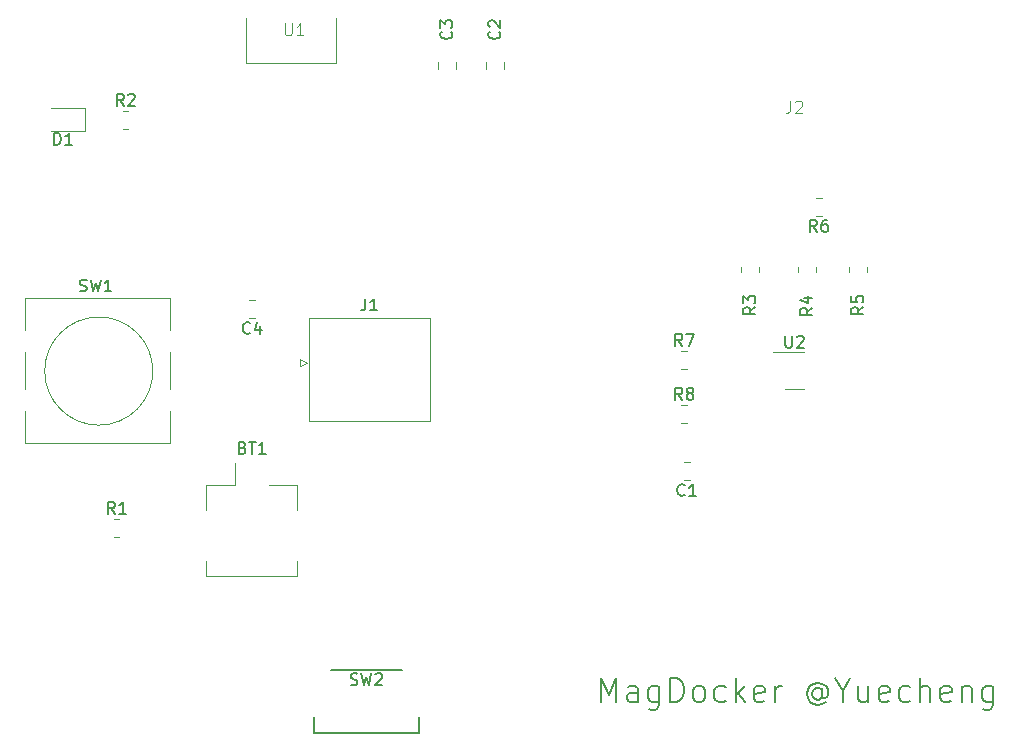
<source format=gbr>
%TF.GenerationSoftware,KiCad,Pcbnew,7.0.9*%
%TF.CreationDate,2024-02-02T14:12:30-08:00*%
%TF.ProjectId,Sensing Device,53656e73-696e-4672-9044-65766963652e,rev?*%
%TF.SameCoordinates,Original*%
%TF.FileFunction,Legend,Top*%
%TF.FilePolarity,Positive*%
%FSLAX46Y46*%
G04 Gerber Fmt 4.6, Leading zero omitted, Abs format (unit mm)*
G04 Created by KiCad (PCBNEW 7.0.9) date 2024-02-02 14:12:30*
%MOMM*%
%LPD*%
G01*
G04 APERTURE LIST*
%ADD10C,0.150000*%
%ADD11C,0.100000*%
%ADD12C,0.120000*%
%ADD13C,0.152400*%
G04 APERTURE END LIST*
D10*
X113604874Y-98045438D02*
X113604874Y-96045438D01*
X113604874Y-96045438D02*
X114271541Y-97474009D01*
X114271541Y-97474009D02*
X114938207Y-96045438D01*
X114938207Y-96045438D02*
X114938207Y-98045438D01*
X116747731Y-98045438D02*
X116747731Y-96997819D01*
X116747731Y-96997819D02*
X116652493Y-96807342D01*
X116652493Y-96807342D02*
X116462017Y-96712104D01*
X116462017Y-96712104D02*
X116081064Y-96712104D01*
X116081064Y-96712104D02*
X115890588Y-96807342D01*
X116747731Y-97950200D02*
X116557255Y-98045438D01*
X116557255Y-98045438D02*
X116081064Y-98045438D01*
X116081064Y-98045438D02*
X115890588Y-97950200D01*
X115890588Y-97950200D02*
X115795350Y-97759723D01*
X115795350Y-97759723D02*
X115795350Y-97569247D01*
X115795350Y-97569247D02*
X115890588Y-97378771D01*
X115890588Y-97378771D02*
X116081064Y-97283533D01*
X116081064Y-97283533D02*
X116557255Y-97283533D01*
X116557255Y-97283533D02*
X116747731Y-97188295D01*
X118557255Y-96712104D02*
X118557255Y-98331152D01*
X118557255Y-98331152D02*
X118462017Y-98521628D01*
X118462017Y-98521628D02*
X118366779Y-98616866D01*
X118366779Y-98616866D02*
X118176302Y-98712104D01*
X118176302Y-98712104D02*
X117890588Y-98712104D01*
X117890588Y-98712104D02*
X117700112Y-98616866D01*
X118557255Y-97950200D02*
X118366779Y-98045438D01*
X118366779Y-98045438D02*
X117985826Y-98045438D01*
X117985826Y-98045438D02*
X117795350Y-97950200D01*
X117795350Y-97950200D02*
X117700112Y-97854961D01*
X117700112Y-97854961D02*
X117604874Y-97664485D01*
X117604874Y-97664485D02*
X117604874Y-97093057D01*
X117604874Y-97093057D02*
X117700112Y-96902580D01*
X117700112Y-96902580D02*
X117795350Y-96807342D01*
X117795350Y-96807342D02*
X117985826Y-96712104D01*
X117985826Y-96712104D02*
X118366779Y-96712104D01*
X118366779Y-96712104D02*
X118557255Y-96807342D01*
X119509636Y-98045438D02*
X119509636Y-96045438D01*
X119509636Y-96045438D02*
X119985826Y-96045438D01*
X119985826Y-96045438D02*
X120271541Y-96140676D01*
X120271541Y-96140676D02*
X120462017Y-96331152D01*
X120462017Y-96331152D02*
X120557255Y-96521628D01*
X120557255Y-96521628D02*
X120652493Y-96902580D01*
X120652493Y-96902580D02*
X120652493Y-97188295D01*
X120652493Y-97188295D02*
X120557255Y-97569247D01*
X120557255Y-97569247D02*
X120462017Y-97759723D01*
X120462017Y-97759723D02*
X120271541Y-97950200D01*
X120271541Y-97950200D02*
X119985826Y-98045438D01*
X119985826Y-98045438D02*
X119509636Y-98045438D01*
X121795350Y-98045438D02*
X121604874Y-97950200D01*
X121604874Y-97950200D02*
X121509636Y-97854961D01*
X121509636Y-97854961D02*
X121414398Y-97664485D01*
X121414398Y-97664485D02*
X121414398Y-97093057D01*
X121414398Y-97093057D02*
X121509636Y-96902580D01*
X121509636Y-96902580D02*
X121604874Y-96807342D01*
X121604874Y-96807342D02*
X121795350Y-96712104D01*
X121795350Y-96712104D02*
X122081065Y-96712104D01*
X122081065Y-96712104D02*
X122271541Y-96807342D01*
X122271541Y-96807342D02*
X122366779Y-96902580D01*
X122366779Y-96902580D02*
X122462017Y-97093057D01*
X122462017Y-97093057D02*
X122462017Y-97664485D01*
X122462017Y-97664485D02*
X122366779Y-97854961D01*
X122366779Y-97854961D02*
X122271541Y-97950200D01*
X122271541Y-97950200D02*
X122081065Y-98045438D01*
X122081065Y-98045438D02*
X121795350Y-98045438D01*
X124176303Y-97950200D02*
X123985827Y-98045438D01*
X123985827Y-98045438D02*
X123604874Y-98045438D01*
X123604874Y-98045438D02*
X123414398Y-97950200D01*
X123414398Y-97950200D02*
X123319160Y-97854961D01*
X123319160Y-97854961D02*
X123223922Y-97664485D01*
X123223922Y-97664485D02*
X123223922Y-97093057D01*
X123223922Y-97093057D02*
X123319160Y-96902580D01*
X123319160Y-96902580D02*
X123414398Y-96807342D01*
X123414398Y-96807342D02*
X123604874Y-96712104D01*
X123604874Y-96712104D02*
X123985827Y-96712104D01*
X123985827Y-96712104D02*
X124176303Y-96807342D01*
X125033446Y-98045438D02*
X125033446Y-96045438D01*
X125223922Y-97283533D02*
X125795351Y-98045438D01*
X125795351Y-96712104D02*
X125033446Y-97474009D01*
X127414399Y-97950200D02*
X127223923Y-98045438D01*
X127223923Y-98045438D02*
X126842970Y-98045438D01*
X126842970Y-98045438D02*
X126652494Y-97950200D01*
X126652494Y-97950200D02*
X126557256Y-97759723D01*
X126557256Y-97759723D02*
X126557256Y-96997819D01*
X126557256Y-96997819D02*
X126652494Y-96807342D01*
X126652494Y-96807342D02*
X126842970Y-96712104D01*
X126842970Y-96712104D02*
X127223923Y-96712104D01*
X127223923Y-96712104D02*
X127414399Y-96807342D01*
X127414399Y-96807342D02*
X127509637Y-96997819D01*
X127509637Y-96997819D02*
X127509637Y-97188295D01*
X127509637Y-97188295D02*
X126557256Y-97378771D01*
X128366780Y-98045438D02*
X128366780Y-96712104D01*
X128366780Y-97093057D02*
X128462018Y-96902580D01*
X128462018Y-96902580D02*
X128557256Y-96807342D01*
X128557256Y-96807342D02*
X128747732Y-96712104D01*
X128747732Y-96712104D02*
X128938209Y-96712104D01*
X132366780Y-97093057D02*
X132271542Y-96997819D01*
X132271542Y-96997819D02*
X132081066Y-96902580D01*
X132081066Y-96902580D02*
X131890590Y-96902580D01*
X131890590Y-96902580D02*
X131700114Y-96997819D01*
X131700114Y-96997819D02*
X131604875Y-97093057D01*
X131604875Y-97093057D02*
X131509637Y-97283533D01*
X131509637Y-97283533D02*
X131509637Y-97474009D01*
X131509637Y-97474009D02*
X131604875Y-97664485D01*
X131604875Y-97664485D02*
X131700114Y-97759723D01*
X131700114Y-97759723D02*
X131890590Y-97854961D01*
X131890590Y-97854961D02*
X132081066Y-97854961D01*
X132081066Y-97854961D02*
X132271542Y-97759723D01*
X132271542Y-97759723D02*
X132366780Y-97664485D01*
X132366780Y-96902580D02*
X132366780Y-97664485D01*
X132366780Y-97664485D02*
X132462018Y-97759723D01*
X132462018Y-97759723D02*
X132557256Y-97759723D01*
X132557256Y-97759723D02*
X132747733Y-97664485D01*
X132747733Y-97664485D02*
X132842971Y-97474009D01*
X132842971Y-97474009D02*
X132842971Y-96997819D01*
X132842971Y-96997819D02*
X132652495Y-96712104D01*
X132652495Y-96712104D02*
X132366780Y-96521628D01*
X132366780Y-96521628D02*
X131985828Y-96426390D01*
X131985828Y-96426390D02*
X131604875Y-96521628D01*
X131604875Y-96521628D02*
X131319161Y-96712104D01*
X131319161Y-96712104D02*
X131128685Y-96997819D01*
X131128685Y-96997819D02*
X131033447Y-97378771D01*
X131033447Y-97378771D02*
X131128685Y-97759723D01*
X131128685Y-97759723D02*
X131319161Y-98045438D01*
X131319161Y-98045438D02*
X131604875Y-98235914D01*
X131604875Y-98235914D02*
X131985828Y-98331152D01*
X131985828Y-98331152D02*
X132366780Y-98235914D01*
X132366780Y-98235914D02*
X132652495Y-98045438D01*
X134081066Y-97093057D02*
X134081066Y-98045438D01*
X133414400Y-96045438D02*
X134081066Y-97093057D01*
X134081066Y-97093057D02*
X134747733Y-96045438D01*
X136271543Y-96712104D02*
X136271543Y-98045438D01*
X135414400Y-96712104D02*
X135414400Y-97759723D01*
X135414400Y-97759723D02*
X135509638Y-97950200D01*
X135509638Y-97950200D02*
X135700114Y-98045438D01*
X135700114Y-98045438D02*
X135985829Y-98045438D01*
X135985829Y-98045438D02*
X136176305Y-97950200D01*
X136176305Y-97950200D02*
X136271543Y-97854961D01*
X137985829Y-97950200D02*
X137795353Y-98045438D01*
X137795353Y-98045438D02*
X137414400Y-98045438D01*
X137414400Y-98045438D02*
X137223924Y-97950200D01*
X137223924Y-97950200D02*
X137128686Y-97759723D01*
X137128686Y-97759723D02*
X137128686Y-96997819D01*
X137128686Y-96997819D02*
X137223924Y-96807342D01*
X137223924Y-96807342D02*
X137414400Y-96712104D01*
X137414400Y-96712104D02*
X137795353Y-96712104D01*
X137795353Y-96712104D02*
X137985829Y-96807342D01*
X137985829Y-96807342D02*
X138081067Y-96997819D01*
X138081067Y-96997819D02*
X138081067Y-97188295D01*
X138081067Y-97188295D02*
X137128686Y-97378771D01*
X139795353Y-97950200D02*
X139604877Y-98045438D01*
X139604877Y-98045438D02*
X139223924Y-98045438D01*
X139223924Y-98045438D02*
X139033448Y-97950200D01*
X139033448Y-97950200D02*
X138938210Y-97854961D01*
X138938210Y-97854961D02*
X138842972Y-97664485D01*
X138842972Y-97664485D02*
X138842972Y-97093057D01*
X138842972Y-97093057D02*
X138938210Y-96902580D01*
X138938210Y-96902580D02*
X139033448Y-96807342D01*
X139033448Y-96807342D02*
X139223924Y-96712104D01*
X139223924Y-96712104D02*
X139604877Y-96712104D01*
X139604877Y-96712104D02*
X139795353Y-96807342D01*
X140652496Y-98045438D02*
X140652496Y-96045438D01*
X141509639Y-98045438D02*
X141509639Y-96997819D01*
X141509639Y-96997819D02*
X141414401Y-96807342D01*
X141414401Y-96807342D02*
X141223925Y-96712104D01*
X141223925Y-96712104D02*
X140938210Y-96712104D01*
X140938210Y-96712104D02*
X140747734Y-96807342D01*
X140747734Y-96807342D02*
X140652496Y-96902580D01*
X143223925Y-97950200D02*
X143033449Y-98045438D01*
X143033449Y-98045438D02*
X142652496Y-98045438D01*
X142652496Y-98045438D02*
X142462020Y-97950200D01*
X142462020Y-97950200D02*
X142366782Y-97759723D01*
X142366782Y-97759723D02*
X142366782Y-96997819D01*
X142366782Y-96997819D02*
X142462020Y-96807342D01*
X142462020Y-96807342D02*
X142652496Y-96712104D01*
X142652496Y-96712104D02*
X143033449Y-96712104D01*
X143033449Y-96712104D02*
X143223925Y-96807342D01*
X143223925Y-96807342D02*
X143319163Y-96997819D01*
X143319163Y-96997819D02*
X143319163Y-97188295D01*
X143319163Y-97188295D02*
X142366782Y-97378771D01*
X144176306Y-96712104D02*
X144176306Y-98045438D01*
X144176306Y-96902580D02*
X144271544Y-96807342D01*
X144271544Y-96807342D02*
X144462020Y-96712104D01*
X144462020Y-96712104D02*
X144747735Y-96712104D01*
X144747735Y-96712104D02*
X144938211Y-96807342D01*
X144938211Y-96807342D02*
X145033449Y-96997819D01*
X145033449Y-96997819D02*
X145033449Y-98045438D01*
X146842973Y-96712104D02*
X146842973Y-98331152D01*
X146842973Y-98331152D02*
X146747735Y-98521628D01*
X146747735Y-98521628D02*
X146652497Y-98616866D01*
X146652497Y-98616866D02*
X146462020Y-98712104D01*
X146462020Y-98712104D02*
X146176306Y-98712104D01*
X146176306Y-98712104D02*
X145985830Y-98616866D01*
X146842973Y-97950200D02*
X146652497Y-98045438D01*
X146652497Y-98045438D02*
X146271544Y-98045438D01*
X146271544Y-98045438D02*
X146081068Y-97950200D01*
X146081068Y-97950200D02*
X145985830Y-97854961D01*
X145985830Y-97854961D02*
X145890592Y-97664485D01*
X145890592Y-97664485D02*
X145890592Y-97093057D01*
X145890592Y-97093057D02*
X145985830Y-96902580D01*
X145985830Y-96902580D02*
X146081068Y-96807342D01*
X146081068Y-96807342D02*
X146271544Y-96712104D01*
X146271544Y-96712104D02*
X146652497Y-96712104D01*
X146652497Y-96712104D02*
X146842973Y-96807342D01*
X67333905Y-50872819D02*
X67333905Y-49872819D01*
X67333905Y-49872819D02*
X67572000Y-49872819D01*
X67572000Y-49872819D02*
X67714857Y-49920438D01*
X67714857Y-49920438D02*
X67810095Y-50015676D01*
X67810095Y-50015676D02*
X67857714Y-50110914D01*
X67857714Y-50110914D02*
X67905333Y-50301390D01*
X67905333Y-50301390D02*
X67905333Y-50444247D01*
X67905333Y-50444247D02*
X67857714Y-50634723D01*
X67857714Y-50634723D02*
X67810095Y-50729961D01*
X67810095Y-50729961D02*
X67714857Y-50825200D01*
X67714857Y-50825200D02*
X67572000Y-50872819D01*
X67572000Y-50872819D02*
X67333905Y-50872819D01*
X68857714Y-50872819D02*
X68286286Y-50872819D01*
X68572000Y-50872819D02*
X68572000Y-49872819D01*
X68572000Y-49872819D02*
X68476762Y-50015676D01*
X68476762Y-50015676D02*
X68381524Y-50110914D01*
X68381524Y-50110914D02*
X68286286Y-50158533D01*
D11*
X86868095Y-40605419D02*
X86868095Y-41414942D01*
X86868095Y-41414942D02*
X86915714Y-41510180D01*
X86915714Y-41510180D02*
X86963333Y-41557800D01*
X86963333Y-41557800D02*
X87058571Y-41605419D01*
X87058571Y-41605419D02*
X87249047Y-41605419D01*
X87249047Y-41605419D02*
X87344285Y-41557800D01*
X87344285Y-41557800D02*
X87391904Y-41510180D01*
X87391904Y-41510180D02*
X87439523Y-41414942D01*
X87439523Y-41414942D02*
X87439523Y-40605419D01*
X88439523Y-41605419D02*
X87868095Y-41605419D01*
X88153809Y-41605419D02*
X88153809Y-40605419D01*
X88153809Y-40605419D02*
X88058571Y-40748276D01*
X88058571Y-40748276D02*
X87963333Y-40843514D01*
X87963333Y-40843514D02*
X87868095Y-40891133D01*
D10*
X93686666Y-63896819D02*
X93686666Y-64611104D01*
X93686666Y-64611104D02*
X93639047Y-64753961D01*
X93639047Y-64753961D02*
X93543809Y-64849200D01*
X93543809Y-64849200D02*
X93400952Y-64896819D01*
X93400952Y-64896819D02*
X93305714Y-64896819D01*
X94686666Y-64896819D02*
X94115238Y-64896819D01*
X94400952Y-64896819D02*
X94400952Y-63896819D01*
X94400952Y-63896819D02*
X94305714Y-64039676D01*
X94305714Y-64039676D02*
X94210476Y-64134914D01*
X94210476Y-64134914D02*
X94115238Y-64182533D01*
X129238095Y-67054819D02*
X129238095Y-67864342D01*
X129238095Y-67864342D02*
X129285714Y-67959580D01*
X129285714Y-67959580D02*
X129333333Y-68007200D01*
X129333333Y-68007200D02*
X129428571Y-68054819D01*
X129428571Y-68054819D02*
X129619047Y-68054819D01*
X129619047Y-68054819D02*
X129714285Y-68007200D01*
X129714285Y-68007200D02*
X129761904Y-67959580D01*
X129761904Y-67959580D02*
X129809523Y-67864342D01*
X129809523Y-67864342D02*
X129809523Y-67054819D01*
X130238095Y-67150057D02*
X130285714Y-67102438D01*
X130285714Y-67102438D02*
X130380952Y-67054819D01*
X130380952Y-67054819D02*
X130619047Y-67054819D01*
X130619047Y-67054819D02*
X130714285Y-67102438D01*
X130714285Y-67102438D02*
X130761904Y-67150057D01*
X130761904Y-67150057D02*
X130809523Y-67245295D01*
X130809523Y-67245295D02*
X130809523Y-67340533D01*
X130809523Y-67340533D02*
X130761904Y-67483390D01*
X130761904Y-67483390D02*
X130190476Y-68054819D01*
X130190476Y-68054819D02*
X130809523Y-68054819D01*
X69506667Y-63247200D02*
X69649524Y-63294819D01*
X69649524Y-63294819D02*
X69887619Y-63294819D01*
X69887619Y-63294819D02*
X69982857Y-63247200D01*
X69982857Y-63247200D02*
X70030476Y-63199580D01*
X70030476Y-63199580D02*
X70078095Y-63104342D01*
X70078095Y-63104342D02*
X70078095Y-63009104D01*
X70078095Y-63009104D02*
X70030476Y-62913866D01*
X70030476Y-62913866D02*
X69982857Y-62866247D01*
X69982857Y-62866247D02*
X69887619Y-62818628D01*
X69887619Y-62818628D02*
X69697143Y-62771009D01*
X69697143Y-62771009D02*
X69601905Y-62723390D01*
X69601905Y-62723390D02*
X69554286Y-62675771D01*
X69554286Y-62675771D02*
X69506667Y-62580533D01*
X69506667Y-62580533D02*
X69506667Y-62485295D01*
X69506667Y-62485295D02*
X69554286Y-62390057D01*
X69554286Y-62390057D02*
X69601905Y-62342438D01*
X69601905Y-62342438D02*
X69697143Y-62294819D01*
X69697143Y-62294819D02*
X69935238Y-62294819D01*
X69935238Y-62294819D02*
X70078095Y-62342438D01*
X70411429Y-62294819D02*
X70649524Y-63294819D01*
X70649524Y-63294819D02*
X70840000Y-62580533D01*
X70840000Y-62580533D02*
X71030476Y-63294819D01*
X71030476Y-63294819D02*
X71268572Y-62294819D01*
X72173333Y-63294819D02*
X71601905Y-63294819D01*
X71887619Y-63294819D02*
X71887619Y-62294819D01*
X71887619Y-62294819D02*
X71792381Y-62437676D01*
X71792381Y-62437676D02*
X71697143Y-62532914D01*
X71697143Y-62532914D02*
X71601905Y-62580533D01*
X83928833Y-66809580D02*
X83881214Y-66857200D01*
X83881214Y-66857200D02*
X83738357Y-66904819D01*
X83738357Y-66904819D02*
X83643119Y-66904819D01*
X83643119Y-66904819D02*
X83500262Y-66857200D01*
X83500262Y-66857200D02*
X83405024Y-66761961D01*
X83405024Y-66761961D02*
X83357405Y-66666723D01*
X83357405Y-66666723D02*
X83309786Y-66476247D01*
X83309786Y-66476247D02*
X83309786Y-66333390D01*
X83309786Y-66333390D02*
X83357405Y-66142914D01*
X83357405Y-66142914D02*
X83405024Y-66047676D01*
X83405024Y-66047676D02*
X83500262Y-65952438D01*
X83500262Y-65952438D02*
X83643119Y-65904819D01*
X83643119Y-65904819D02*
X83738357Y-65904819D01*
X83738357Y-65904819D02*
X83881214Y-65952438D01*
X83881214Y-65952438D02*
X83928833Y-66000057D01*
X84785976Y-66238152D02*
X84785976Y-66904819D01*
X84547881Y-65857200D02*
X84309786Y-66571485D01*
X84309786Y-66571485D02*
X84928833Y-66571485D01*
X120499333Y-67892819D02*
X120166000Y-67416628D01*
X119927905Y-67892819D02*
X119927905Y-66892819D01*
X119927905Y-66892819D02*
X120308857Y-66892819D01*
X120308857Y-66892819D02*
X120404095Y-66940438D01*
X120404095Y-66940438D02*
X120451714Y-66988057D01*
X120451714Y-66988057D02*
X120499333Y-67083295D01*
X120499333Y-67083295D02*
X120499333Y-67226152D01*
X120499333Y-67226152D02*
X120451714Y-67321390D01*
X120451714Y-67321390D02*
X120404095Y-67369009D01*
X120404095Y-67369009D02*
X120308857Y-67416628D01*
X120308857Y-67416628D02*
X119927905Y-67416628D01*
X120832667Y-66892819D02*
X121499333Y-66892819D01*
X121499333Y-66892819D02*
X121070762Y-67892819D01*
X135836819Y-64614066D02*
X135360628Y-64947399D01*
X135836819Y-65185494D02*
X134836819Y-65185494D01*
X134836819Y-65185494D02*
X134836819Y-64804542D01*
X134836819Y-64804542D02*
X134884438Y-64709304D01*
X134884438Y-64709304D02*
X134932057Y-64661685D01*
X134932057Y-64661685D02*
X135027295Y-64614066D01*
X135027295Y-64614066D02*
X135170152Y-64614066D01*
X135170152Y-64614066D02*
X135265390Y-64661685D01*
X135265390Y-64661685D02*
X135313009Y-64709304D01*
X135313009Y-64709304D02*
X135360628Y-64804542D01*
X135360628Y-64804542D02*
X135360628Y-65185494D01*
X134836819Y-63709304D02*
X134836819Y-64185494D01*
X134836819Y-64185494D02*
X135313009Y-64233113D01*
X135313009Y-64233113D02*
X135265390Y-64185494D01*
X135265390Y-64185494D02*
X135217771Y-64090256D01*
X135217771Y-64090256D02*
X135217771Y-63852161D01*
X135217771Y-63852161D02*
X135265390Y-63756923D01*
X135265390Y-63756923D02*
X135313009Y-63709304D01*
X135313009Y-63709304D02*
X135408247Y-63661685D01*
X135408247Y-63661685D02*
X135646342Y-63661685D01*
X135646342Y-63661685D02*
X135741580Y-63709304D01*
X135741580Y-63709304D02*
X135789200Y-63756923D01*
X135789200Y-63756923D02*
X135836819Y-63852161D01*
X135836819Y-63852161D02*
X135836819Y-64090256D01*
X135836819Y-64090256D02*
X135789200Y-64185494D01*
X135789200Y-64185494D02*
X135741580Y-64233113D01*
X100943580Y-41293166D02*
X100991200Y-41340785D01*
X100991200Y-41340785D02*
X101038819Y-41483642D01*
X101038819Y-41483642D02*
X101038819Y-41578880D01*
X101038819Y-41578880D02*
X100991200Y-41721737D01*
X100991200Y-41721737D02*
X100895961Y-41816975D01*
X100895961Y-41816975D02*
X100800723Y-41864594D01*
X100800723Y-41864594D02*
X100610247Y-41912213D01*
X100610247Y-41912213D02*
X100467390Y-41912213D01*
X100467390Y-41912213D02*
X100276914Y-41864594D01*
X100276914Y-41864594D02*
X100181676Y-41816975D01*
X100181676Y-41816975D02*
X100086438Y-41721737D01*
X100086438Y-41721737D02*
X100038819Y-41578880D01*
X100038819Y-41578880D02*
X100038819Y-41483642D01*
X100038819Y-41483642D02*
X100086438Y-41340785D01*
X100086438Y-41340785D02*
X100134057Y-41293166D01*
X100038819Y-40959832D02*
X100038819Y-40340785D01*
X100038819Y-40340785D02*
X100419771Y-40674118D01*
X100419771Y-40674118D02*
X100419771Y-40531261D01*
X100419771Y-40531261D02*
X100467390Y-40436023D01*
X100467390Y-40436023D02*
X100515009Y-40388404D01*
X100515009Y-40388404D02*
X100610247Y-40340785D01*
X100610247Y-40340785D02*
X100848342Y-40340785D01*
X100848342Y-40340785D02*
X100943580Y-40388404D01*
X100943580Y-40388404D02*
X100991200Y-40436023D01*
X100991200Y-40436023D02*
X101038819Y-40531261D01*
X101038819Y-40531261D02*
X101038819Y-40816975D01*
X101038819Y-40816975D02*
X100991200Y-40912213D01*
X100991200Y-40912213D02*
X100943580Y-40959832D01*
X83288285Y-76531009D02*
X83431142Y-76578628D01*
X83431142Y-76578628D02*
X83478761Y-76626247D01*
X83478761Y-76626247D02*
X83526380Y-76721485D01*
X83526380Y-76721485D02*
X83526380Y-76864342D01*
X83526380Y-76864342D02*
X83478761Y-76959580D01*
X83478761Y-76959580D02*
X83431142Y-77007200D01*
X83431142Y-77007200D02*
X83335904Y-77054819D01*
X83335904Y-77054819D02*
X82954952Y-77054819D01*
X82954952Y-77054819D02*
X82954952Y-76054819D01*
X82954952Y-76054819D02*
X83288285Y-76054819D01*
X83288285Y-76054819D02*
X83383523Y-76102438D01*
X83383523Y-76102438D02*
X83431142Y-76150057D01*
X83431142Y-76150057D02*
X83478761Y-76245295D01*
X83478761Y-76245295D02*
X83478761Y-76340533D01*
X83478761Y-76340533D02*
X83431142Y-76435771D01*
X83431142Y-76435771D02*
X83383523Y-76483390D01*
X83383523Y-76483390D02*
X83288285Y-76531009D01*
X83288285Y-76531009D02*
X82954952Y-76531009D01*
X83812095Y-76054819D02*
X84383523Y-76054819D01*
X84097809Y-77054819D02*
X84097809Y-76054819D01*
X85240666Y-77054819D02*
X84669238Y-77054819D01*
X84954952Y-77054819D02*
X84954952Y-76054819D01*
X84954952Y-76054819D02*
X84859714Y-76197676D01*
X84859714Y-76197676D02*
X84764476Y-76292914D01*
X84764476Y-76292914D02*
X84669238Y-76340533D01*
X92430767Y-96584200D02*
X92573624Y-96631819D01*
X92573624Y-96631819D02*
X92811719Y-96631819D01*
X92811719Y-96631819D02*
X92906957Y-96584200D01*
X92906957Y-96584200D02*
X92954576Y-96536580D01*
X92954576Y-96536580D02*
X93002195Y-96441342D01*
X93002195Y-96441342D02*
X93002195Y-96346104D01*
X93002195Y-96346104D02*
X92954576Y-96250866D01*
X92954576Y-96250866D02*
X92906957Y-96203247D01*
X92906957Y-96203247D02*
X92811719Y-96155628D01*
X92811719Y-96155628D02*
X92621243Y-96108009D01*
X92621243Y-96108009D02*
X92526005Y-96060390D01*
X92526005Y-96060390D02*
X92478386Y-96012771D01*
X92478386Y-96012771D02*
X92430767Y-95917533D01*
X92430767Y-95917533D02*
X92430767Y-95822295D01*
X92430767Y-95822295D02*
X92478386Y-95727057D01*
X92478386Y-95727057D02*
X92526005Y-95679438D01*
X92526005Y-95679438D02*
X92621243Y-95631819D01*
X92621243Y-95631819D02*
X92859338Y-95631819D01*
X92859338Y-95631819D02*
X93002195Y-95679438D01*
X93335529Y-95631819D02*
X93573624Y-96631819D01*
X93573624Y-96631819D02*
X93764100Y-95917533D01*
X93764100Y-95917533D02*
X93954576Y-96631819D01*
X93954576Y-96631819D02*
X94192672Y-95631819D01*
X94526005Y-95727057D02*
X94573624Y-95679438D01*
X94573624Y-95679438D02*
X94668862Y-95631819D01*
X94668862Y-95631819D02*
X94906957Y-95631819D01*
X94906957Y-95631819D02*
X95002195Y-95679438D01*
X95002195Y-95679438D02*
X95049814Y-95727057D01*
X95049814Y-95727057D02*
X95097433Y-95822295D01*
X95097433Y-95822295D02*
X95097433Y-95917533D01*
X95097433Y-95917533D02*
X95049814Y-96060390D01*
X95049814Y-96060390D02*
X94478386Y-96631819D01*
X94478386Y-96631819D02*
X95097433Y-96631819D01*
X120499333Y-72464819D02*
X120166000Y-71988628D01*
X119927905Y-72464819D02*
X119927905Y-71464819D01*
X119927905Y-71464819D02*
X120308857Y-71464819D01*
X120308857Y-71464819D02*
X120404095Y-71512438D01*
X120404095Y-71512438D02*
X120451714Y-71560057D01*
X120451714Y-71560057D02*
X120499333Y-71655295D01*
X120499333Y-71655295D02*
X120499333Y-71798152D01*
X120499333Y-71798152D02*
X120451714Y-71893390D01*
X120451714Y-71893390D02*
X120404095Y-71941009D01*
X120404095Y-71941009D02*
X120308857Y-71988628D01*
X120308857Y-71988628D02*
X119927905Y-71988628D01*
X121070762Y-71893390D02*
X120975524Y-71845771D01*
X120975524Y-71845771D02*
X120927905Y-71798152D01*
X120927905Y-71798152D02*
X120880286Y-71702914D01*
X120880286Y-71702914D02*
X120880286Y-71655295D01*
X120880286Y-71655295D02*
X120927905Y-71560057D01*
X120927905Y-71560057D02*
X120975524Y-71512438D01*
X120975524Y-71512438D02*
X121070762Y-71464819D01*
X121070762Y-71464819D02*
X121261238Y-71464819D01*
X121261238Y-71464819D02*
X121356476Y-71512438D01*
X121356476Y-71512438D02*
X121404095Y-71560057D01*
X121404095Y-71560057D02*
X121451714Y-71655295D01*
X121451714Y-71655295D02*
X121451714Y-71702914D01*
X121451714Y-71702914D02*
X121404095Y-71798152D01*
X121404095Y-71798152D02*
X121356476Y-71845771D01*
X121356476Y-71845771D02*
X121261238Y-71893390D01*
X121261238Y-71893390D02*
X121070762Y-71893390D01*
X121070762Y-71893390D02*
X120975524Y-71941009D01*
X120975524Y-71941009D02*
X120927905Y-71988628D01*
X120927905Y-71988628D02*
X120880286Y-72083866D01*
X120880286Y-72083866D02*
X120880286Y-72274342D01*
X120880286Y-72274342D02*
X120927905Y-72369580D01*
X120927905Y-72369580D02*
X120975524Y-72417200D01*
X120975524Y-72417200D02*
X121070762Y-72464819D01*
X121070762Y-72464819D02*
X121261238Y-72464819D01*
X121261238Y-72464819D02*
X121356476Y-72417200D01*
X121356476Y-72417200D02*
X121404095Y-72369580D01*
X121404095Y-72369580D02*
X121451714Y-72274342D01*
X121451714Y-72274342D02*
X121451714Y-72083866D01*
X121451714Y-72083866D02*
X121404095Y-71988628D01*
X121404095Y-71988628D02*
X121356476Y-71941009D01*
X121356476Y-71941009D02*
X121261238Y-71893390D01*
X126692819Y-64630066D02*
X126216628Y-64963399D01*
X126692819Y-65201494D02*
X125692819Y-65201494D01*
X125692819Y-65201494D02*
X125692819Y-64820542D01*
X125692819Y-64820542D02*
X125740438Y-64725304D01*
X125740438Y-64725304D02*
X125788057Y-64677685D01*
X125788057Y-64677685D02*
X125883295Y-64630066D01*
X125883295Y-64630066D02*
X126026152Y-64630066D01*
X126026152Y-64630066D02*
X126121390Y-64677685D01*
X126121390Y-64677685D02*
X126169009Y-64725304D01*
X126169009Y-64725304D02*
X126216628Y-64820542D01*
X126216628Y-64820542D02*
X126216628Y-65201494D01*
X125692819Y-64296732D02*
X125692819Y-63677685D01*
X125692819Y-63677685D02*
X126073771Y-64011018D01*
X126073771Y-64011018D02*
X126073771Y-63868161D01*
X126073771Y-63868161D02*
X126121390Y-63772923D01*
X126121390Y-63772923D02*
X126169009Y-63725304D01*
X126169009Y-63725304D02*
X126264247Y-63677685D01*
X126264247Y-63677685D02*
X126502342Y-63677685D01*
X126502342Y-63677685D02*
X126597580Y-63725304D01*
X126597580Y-63725304D02*
X126645200Y-63772923D01*
X126645200Y-63772923D02*
X126692819Y-63868161D01*
X126692819Y-63868161D02*
X126692819Y-64153875D01*
X126692819Y-64153875D02*
X126645200Y-64249113D01*
X126645200Y-64249113D02*
X126597580Y-64296732D01*
X72461333Y-82116819D02*
X72128000Y-81640628D01*
X71889905Y-82116819D02*
X71889905Y-81116819D01*
X71889905Y-81116819D02*
X72270857Y-81116819D01*
X72270857Y-81116819D02*
X72366095Y-81164438D01*
X72366095Y-81164438D02*
X72413714Y-81212057D01*
X72413714Y-81212057D02*
X72461333Y-81307295D01*
X72461333Y-81307295D02*
X72461333Y-81450152D01*
X72461333Y-81450152D02*
X72413714Y-81545390D01*
X72413714Y-81545390D02*
X72366095Y-81593009D01*
X72366095Y-81593009D02*
X72270857Y-81640628D01*
X72270857Y-81640628D02*
X71889905Y-81640628D01*
X73413714Y-82116819D02*
X72842286Y-82116819D01*
X73128000Y-82116819D02*
X73128000Y-81116819D01*
X73128000Y-81116819D02*
X73032762Y-81259676D01*
X73032762Y-81259676D02*
X72937524Y-81354914D01*
X72937524Y-81354914D02*
X72842286Y-81402533D01*
X120715833Y-80525580D02*
X120668214Y-80573200D01*
X120668214Y-80573200D02*
X120525357Y-80620819D01*
X120525357Y-80620819D02*
X120430119Y-80620819D01*
X120430119Y-80620819D02*
X120287262Y-80573200D01*
X120287262Y-80573200D02*
X120192024Y-80477961D01*
X120192024Y-80477961D02*
X120144405Y-80382723D01*
X120144405Y-80382723D02*
X120096786Y-80192247D01*
X120096786Y-80192247D02*
X120096786Y-80049390D01*
X120096786Y-80049390D02*
X120144405Y-79858914D01*
X120144405Y-79858914D02*
X120192024Y-79763676D01*
X120192024Y-79763676D02*
X120287262Y-79668438D01*
X120287262Y-79668438D02*
X120430119Y-79620819D01*
X120430119Y-79620819D02*
X120525357Y-79620819D01*
X120525357Y-79620819D02*
X120668214Y-79668438D01*
X120668214Y-79668438D02*
X120715833Y-79716057D01*
X121668214Y-80620819D02*
X121096786Y-80620819D01*
X121382500Y-80620819D02*
X121382500Y-79620819D01*
X121382500Y-79620819D02*
X121287262Y-79763676D01*
X121287262Y-79763676D02*
X121192024Y-79858914D01*
X121192024Y-79858914D02*
X121096786Y-79906533D01*
X131913333Y-58238819D02*
X131580000Y-57762628D01*
X131341905Y-58238819D02*
X131341905Y-57238819D01*
X131341905Y-57238819D02*
X131722857Y-57238819D01*
X131722857Y-57238819D02*
X131818095Y-57286438D01*
X131818095Y-57286438D02*
X131865714Y-57334057D01*
X131865714Y-57334057D02*
X131913333Y-57429295D01*
X131913333Y-57429295D02*
X131913333Y-57572152D01*
X131913333Y-57572152D02*
X131865714Y-57667390D01*
X131865714Y-57667390D02*
X131818095Y-57715009D01*
X131818095Y-57715009D02*
X131722857Y-57762628D01*
X131722857Y-57762628D02*
X131341905Y-57762628D01*
X132770476Y-57238819D02*
X132580000Y-57238819D01*
X132580000Y-57238819D02*
X132484762Y-57286438D01*
X132484762Y-57286438D02*
X132437143Y-57334057D01*
X132437143Y-57334057D02*
X132341905Y-57476914D01*
X132341905Y-57476914D02*
X132294286Y-57667390D01*
X132294286Y-57667390D02*
X132294286Y-58048342D01*
X132294286Y-58048342D02*
X132341905Y-58143580D01*
X132341905Y-58143580D02*
X132389524Y-58191200D01*
X132389524Y-58191200D02*
X132484762Y-58238819D01*
X132484762Y-58238819D02*
X132675238Y-58238819D01*
X132675238Y-58238819D02*
X132770476Y-58191200D01*
X132770476Y-58191200D02*
X132818095Y-58143580D01*
X132818095Y-58143580D02*
X132865714Y-58048342D01*
X132865714Y-58048342D02*
X132865714Y-57810247D01*
X132865714Y-57810247D02*
X132818095Y-57715009D01*
X132818095Y-57715009D02*
X132770476Y-57667390D01*
X132770476Y-57667390D02*
X132675238Y-57619771D01*
X132675238Y-57619771D02*
X132484762Y-57619771D01*
X132484762Y-57619771D02*
X132389524Y-57667390D01*
X132389524Y-57667390D02*
X132341905Y-57715009D01*
X132341905Y-57715009D02*
X132294286Y-57810247D01*
X73223333Y-47572819D02*
X72890000Y-47096628D01*
X72651905Y-47572819D02*
X72651905Y-46572819D01*
X72651905Y-46572819D02*
X73032857Y-46572819D01*
X73032857Y-46572819D02*
X73128095Y-46620438D01*
X73128095Y-46620438D02*
X73175714Y-46668057D01*
X73175714Y-46668057D02*
X73223333Y-46763295D01*
X73223333Y-46763295D02*
X73223333Y-46906152D01*
X73223333Y-46906152D02*
X73175714Y-47001390D01*
X73175714Y-47001390D02*
X73128095Y-47049009D01*
X73128095Y-47049009D02*
X73032857Y-47096628D01*
X73032857Y-47096628D02*
X72651905Y-47096628D01*
X73604286Y-46668057D02*
X73651905Y-46620438D01*
X73651905Y-46620438D02*
X73747143Y-46572819D01*
X73747143Y-46572819D02*
X73985238Y-46572819D01*
X73985238Y-46572819D02*
X74080476Y-46620438D01*
X74080476Y-46620438D02*
X74128095Y-46668057D01*
X74128095Y-46668057D02*
X74175714Y-46763295D01*
X74175714Y-46763295D02*
X74175714Y-46858533D01*
X74175714Y-46858533D02*
X74128095Y-47001390D01*
X74128095Y-47001390D02*
X73556667Y-47572819D01*
X73556667Y-47572819D02*
X74175714Y-47572819D01*
X131518819Y-64682666D02*
X131042628Y-65015999D01*
X131518819Y-65254094D02*
X130518819Y-65254094D01*
X130518819Y-65254094D02*
X130518819Y-64873142D01*
X130518819Y-64873142D02*
X130566438Y-64777904D01*
X130566438Y-64777904D02*
X130614057Y-64730285D01*
X130614057Y-64730285D02*
X130709295Y-64682666D01*
X130709295Y-64682666D02*
X130852152Y-64682666D01*
X130852152Y-64682666D02*
X130947390Y-64730285D01*
X130947390Y-64730285D02*
X130995009Y-64777904D01*
X130995009Y-64777904D02*
X131042628Y-64873142D01*
X131042628Y-64873142D02*
X131042628Y-65254094D01*
X130852152Y-63825523D02*
X131518819Y-63825523D01*
X130471200Y-64063618D02*
X131185485Y-64301713D01*
X131185485Y-64301713D02*
X131185485Y-63682666D01*
D11*
X129666666Y-47153419D02*
X129666666Y-47867704D01*
X129666666Y-47867704D02*
X129619047Y-48010561D01*
X129619047Y-48010561D02*
X129523809Y-48105800D01*
X129523809Y-48105800D02*
X129380952Y-48153419D01*
X129380952Y-48153419D02*
X129285714Y-48153419D01*
X130095238Y-47248657D02*
X130142857Y-47201038D01*
X130142857Y-47201038D02*
X130238095Y-47153419D01*
X130238095Y-47153419D02*
X130476190Y-47153419D01*
X130476190Y-47153419D02*
X130571428Y-47201038D01*
X130571428Y-47201038D02*
X130619047Y-47248657D01*
X130619047Y-47248657D02*
X130666666Y-47343895D01*
X130666666Y-47343895D02*
X130666666Y-47439133D01*
X130666666Y-47439133D02*
X130619047Y-47581990D01*
X130619047Y-47581990D02*
X130047619Y-48153419D01*
X130047619Y-48153419D02*
X130666666Y-48153419D01*
D10*
X105007580Y-41293166D02*
X105055200Y-41340785D01*
X105055200Y-41340785D02*
X105102819Y-41483642D01*
X105102819Y-41483642D02*
X105102819Y-41578880D01*
X105102819Y-41578880D02*
X105055200Y-41721737D01*
X105055200Y-41721737D02*
X104959961Y-41816975D01*
X104959961Y-41816975D02*
X104864723Y-41864594D01*
X104864723Y-41864594D02*
X104674247Y-41912213D01*
X104674247Y-41912213D02*
X104531390Y-41912213D01*
X104531390Y-41912213D02*
X104340914Y-41864594D01*
X104340914Y-41864594D02*
X104245676Y-41816975D01*
X104245676Y-41816975D02*
X104150438Y-41721737D01*
X104150438Y-41721737D02*
X104102819Y-41578880D01*
X104102819Y-41578880D02*
X104102819Y-41483642D01*
X104102819Y-41483642D02*
X104150438Y-41340785D01*
X104150438Y-41340785D02*
X104198057Y-41293166D01*
X104198057Y-40912213D02*
X104150438Y-40864594D01*
X104150438Y-40864594D02*
X104102819Y-40769356D01*
X104102819Y-40769356D02*
X104102819Y-40531261D01*
X104102819Y-40531261D02*
X104150438Y-40436023D01*
X104150438Y-40436023D02*
X104198057Y-40388404D01*
X104198057Y-40388404D02*
X104293295Y-40340785D01*
X104293295Y-40340785D02*
X104388533Y-40340785D01*
X104388533Y-40340785D02*
X104531390Y-40388404D01*
X104531390Y-40388404D02*
X105102819Y-40959832D01*
X105102819Y-40959832D02*
X105102819Y-40340785D01*
D12*
%TO.C,D1*%
X69932000Y-47808000D02*
X67072000Y-47808000D01*
X67072000Y-49728000D02*
X69932000Y-49728000D01*
X69932000Y-49728000D02*
X69932000Y-47808000D01*
D11*
%TO.C,U1*%
X83566000Y-40132000D02*
X83566000Y-43942000D01*
X83566000Y-43942000D02*
X91186000Y-43942000D01*
X91186000Y-43942000D02*
X91186000Y-40132000D01*
D12*
%TO.C,J1*%
X88110000Y-69042000D02*
X88710000Y-69342000D01*
X88110000Y-69642000D02*
X88110000Y-69042000D01*
X88710000Y-69342000D02*
X88110000Y-69642000D01*
X88910000Y-65532000D02*
X88910000Y-74252000D01*
X88910000Y-74252000D02*
X99130000Y-74252000D01*
X99130000Y-65532000D02*
X88910000Y-65532000D01*
X99130000Y-74252000D02*
X99130000Y-65532000D01*
%TO.C,U2*%
X130000000Y-68440000D02*
X128200000Y-68440000D01*
X130000000Y-68440000D02*
X130800000Y-68440000D01*
X130000000Y-71560000D02*
X129200000Y-71560000D01*
X130000000Y-71560000D02*
X130800000Y-71560000D01*
%TO.C,SW1*%
X75689050Y-70040000D02*
G75*
G03*
X75689050Y-70040000I-4579050J0D01*
G01*
X77160000Y-76150000D02*
X64860000Y-76150000D01*
X77160000Y-73430000D02*
X77160000Y-76150000D01*
X77160000Y-68430000D02*
X77160000Y-71570000D01*
X77160000Y-63850000D02*
X77160000Y-66570000D01*
X64860000Y-76150000D02*
X64860000Y-73430000D01*
X64860000Y-71570000D02*
X64860000Y-68430000D01*
X64860000Y-66570000D02*
X64860000Y-63850000D01*
X64860000Y-63850000D02*
X77160000Y-63850000D01*
%TO.C,C4*%
X84356752Y-65505000D02*
X83834248Y-65505000D01*
X84356752Y-64035000D02*
X83834248Y-64035000D01*
%TO.C,R7*%
X120438936Y-68353000D02*
X120893064Y-68353000D01*
X120438936Y-69823000D02*
X120893064Y-69823000D01*
%TO.C,R5*%
X134647000Y-61642464D02*
X134647000Y-61188336D01*
X136117000Y-61642464D02*
X136117000Y-61188336D01*
%TO.C,C3*%
X99849000Y-44435752D02*
X99849000Y-43913248D01*
X101319000Y-44435752D02*
X101319000Y-43913248D01*
%TO.C,BT1*%
X87934000Y-87405000D02*
X87934000Y-86105000D01*
X87934000Y-81785000D02*
X87934000Y-79685000D01*
X87934000Y-79685000D02*
X85484000Y-79685000D01*
X82664000Y-79685000D02*
X82664000Y-77795000D01*
X80214000Y-87405000D02*
X87934000Y-87405000D01*
X80214000Y-86105000D02*
X80214000Y-87405000D01*
X80214000Y-81785000D02*
X80214000Y-79685000D01*
X80214000Y-79685000D02*
X82664000Y-79685000D01*
D13*
%TO.C,SW2*%
X89331800Y-99338593D02*
X89331800Y-100698200D01*
X89331800Y-100698200D02*
X98196400Y-100698200D01*
X92369350Y-95389600D02*
X90741354Y-95389600D01*
X94369351Y-95389600D02*
X92369350Y-95389600D01*
X96369352Y-95389600D02*
X94369351Y-95389600D01*
X96786847Y-95389600D02*
X96369352Y-95389600D01*
X98196400Y-100698200D02*
X98196400Y-99338593D01*
D12*
%TO.C,R8*%
X120438936Y-72925000D02*
X120893064Y-72925000D01*
X120438936Y-74395000D02*
X120893064Y-74395000D01*
%TO.C,R3*%
X126973000Y-61188336D02*
X126973000Y-61642464D01*
X125503000Y-61188336D02*
X125503000Y-61642464D01*
%TO.C,R1*%
X72400936Y-82577000D02*
X72855064Y-82577000D01*
X72400936Y-84047000D02*
X72855064Y-84047000D01*
%TO.C,C1*%
X121143752Y-79221000D02*
X120621248Y-79221000D01*
X121143752Y-77751000D02*
X120621248Y-77751000D01*
%TO.C,R6*%
X132307064Y-56869000D02*
X131852936Y-56869000D01*
X132307064Y-55399000D02*
X131852936Y-55399000D01*
%TO.C,R2*%
X73162936Y-48033000D02*
X73617064Y-48033000D01*
X73162936Y-49503000D02*
X73617064Y-49503000D01*
%TO.C,R4*%
X130329000Y-61642464D02*
X130329000Y-61188336D01*
X131799000Y-61642464D02*
X131799000Y-61188336D01*
%TO.C,C2*%
X103913000Y-44435752D02*
X103913000Y-43913248D01*
X105383000Y-44435752D02*
X105383000Y-43913248D01*
%TD*%
M02*

</source>
